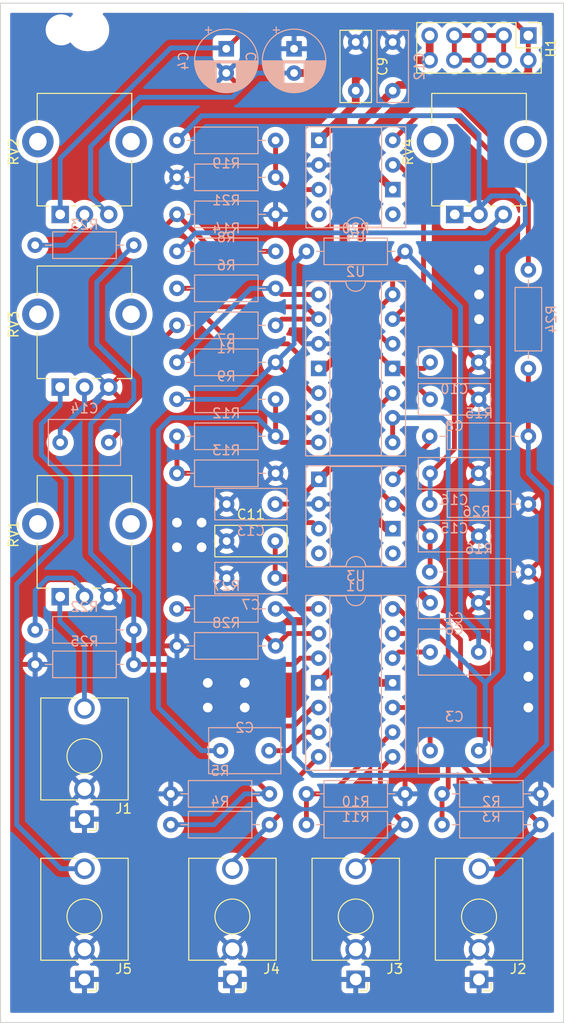
<source format=kicad_pcb>
(kicad_pcb (version 20211014) (generator pcbnew)
  (layers (0 "F.Cu" signal) (31 "B.Cu" signal) (34 "B.Paste" user) (35 "F.Paste" user) (36 "B.SilkS" user "B.Silkscreen") (37 "F.SilkS" user "F.Silkscreen") (38 "B.Mask" user) (39 "F.Mask" user) (44 "Edge.Cuts" user))
  (net 0 "")
  (net 1 "/TP")
  (net 2 "Net-(C1-Pad2)")
  (net 3 "/HP")
  (net 4 "Net-(C14-Pad1)")
  (net 5 "Net-(C3-Pad2)")
  (net 6 "+12V")
  (net 7 "GND")
  (net 8 "-12V")
  (net 9 "/BP")
  (net 10 "Net-(C14-Pad2)")
  (net 11 "Net-(C15-Pad1)")
  (net 12 "Net-(C16-Pad1)")
  (net 13 "/TP_OUT")
  (net 14 "Net-(R2-Pad2)")
  (net 15 "/HP_OUT")
  (net 16 "Net-(R4-Pad2)")
  (net 17 "Net-(R6-Pad1)")
  (net 18 "Net-(R20-Pad2)")
  (net 19 "Net-(R14-Pad2)")
  (net 20 "/BP_OUT")
  (net 21 "Net-(R12-Pad2)")
  (net 22 "/BIAS")
  (net 23 "Net-(R15-Pad2)")
  (net 24 "Net-(R22-Pad1)")
  (net 25 "Net-(R22-Pad2)")
  (net 26 "Net-(R23-Pad2)")
  (net 27 "Net-(R24-Pad2)")
  (net 28 "Net-(R27-Pad2)")
  (net 29 "/FREQ_CV_IN")
  (net 34 "Net-(H1-Pad3)")
  (net 35 "/AUDIO_IN_ATT")
  (net 36 "Net-(R14-Pad1)")
  (net 37 "Net-(C2-Pad1)")
  (net 38 "Net-(R1-Pad2)")
  (net 39 "Net-(R19-Pad2)")
  (net 40 "Net-(R10-Pad2)")
  (footprint "Connector_PinHeader_2.54mm:PinHeader_2x05_P2.54mm_Vertical" (layer "F.Cu") (at 102.865 53.335 -90)
    (fp_text reference "H1")
    (fp_text value "PIN_HEADER_2x5")
  )
  (footprint "Potentiometer_THT:Potentiometer_Alpha_RD901F-40-00D_Single_Vertical_CircularHoles" (layer "F.Cu") (at 95.29 71.765 90)
    (fp_text reference "RV4")
    (fp_text value "100k")
  )
  (footprint "Connector_Audio:Jack_3.5mm_QingPu_WQP-PJ398SM_Vertical_CircularHoles" (layer "F.Cu") (at 97.79 150.56 180)
    (fp_text reference "J2")
    (fp_text value "TP_OUT")
  )
  (footprint "Connector_Audio:Jack_3.5mm_QingPu_WQP-PJ398SM_Vertical_CircularHoles" (layer "F.Cu") (at 72.39 150.56 180)
    (fp_text reference "J4")
    (fp_text value "HP_OUT")
  )
  (footprint "Potentiometer_THT:Potentiometer_Alpha_RD901F-40-00D_Single_Vertical_CircularHoles" (layer "F.Cu") (at 54.65 71.765 90)
    (fp_text reference "RV2")
    (fp_text value "100k")
  )
  (footprint "Connector_Audio:Jack_3.5mm_QingPu_WQP-PJ398SM_Vertical_CircularHoles" (layer "F.Cu") (at 57.15 150.56 180)
    (fp_text reference "J5")
    (fp_text value "AUDIO_IN")
  )
  (footprint "Capacitor_THT:C_Rect_L7.2mm_W3.0mm_P5.00mm_FKS2_FKP2_MKS2_MKP2" (layer "F.Cu") (at 85.09 54.015 -90)
    (fp_text reference "C9")
    (fp_text value "100nF")
  )
  (footprint "Capacitor_THT:C_Rect_L7.2mm_W3.0mm_P5.00mm_FKS2_FKP2_MKS2_MKP2" (layer "F.Cu") (at 71.795 105.41)
    (fp_text reference "C11")
    (fp_text value "100nF")
  )
  (footprint "Potentiometer_THT:Potentiometer_Alpha_RD901F-40-00D_Single_Vertical_CircularHoles" (layer "F.Cu") (at 54.65 111.135 90)
    (fp_text reference "RV1")
    (fp_text value "100k")
  )
  (footprint "MountingHole:MountingHole_3.2mm_M3_DIN965" (layer "F.Cu") (at 54.75 52.75)
    (fp_text reference "H2" hide)
    (fp_text value "MountingHole_Pad")
  )
  (footprint "Potentiometer_THT:Potentiometer_Alpha_RD901F-40-00D_Single_Vertical_CircularHoles" (layer "F.Cu") (at 54.65 89.545 90)
    (fp_text reference "RV3")
    (fp_text value "100k")
  )
  (footprint "Connector_Audio:Jack_3.5mm_QingPu_WQP-PJ398SM_Vertical_CircularHoles" (layer "F.Cu") (at 57.15 134.05 180)
    (fp_text reference "J1")
    (fp_text value "CV_IN")
  )
  (footprint "Connector_Audio:Jack_3.5mm_QingPu_WQP-PJ398SM_Vertical_CircularHoles" (layer "F.Cu") (at 85.09 150.56 180)
    (fp_text reference "J3")
    (fp_text value "BP_OUT")
  )
  (footprint "Capacitor_THT:C_Rect_L7.2mm_W3.0mm_P5.00mm_FKS2_FKP2_MKS2_MKP2" (layer "B.Cu") (at 92.75 104.902)
    (fp_text reference "C15")
    (fp_text value "10nF")
  )
  (footprint "Capacitor_THT:C_Rect_L7.2mm_W3.0mm_P5.00mm_FKS2_FKP2_MKS2_MKP2" (layer "B.Cu") (at 92.75 111.76)
    (fp_text reference "C6")
    (fp_text value "100nF")
  )
  (footprint "Package_DIP:DIP-14_W7.62mm_Socket" (layer "B.Cu") (at 88.89 112.39 180)
    (fp_text reference "U1")
    (fp_text value "TL084")
  )
  (footprint "Resistor_THT:R_Axial_DIN0207_L6.3mm_D2.5mm_P10.16mm_Horizontal" (layer "B.Cu") (at 102.87 87.63 90)
    (fp_text reference "R24")
    (fp_text value "10k")
  )
  (footprint "Resistor_THT:R_Axial_DIN0207_L6.3mm_D2.5mm_P10.16mm_Horizontal" (layer "B.Cu") (at 66.675 64.135)
    (fp_text reference "R19")
    (fp_text value "20k")
  )
  (footprint "Resistor_THT:R_Axial_DIN0207_L6.3mm_D2.5mm_P10.16mm_Horizontal" (layer "B.Cu") (at 62.23 114.554 180)
    (fp_text reference "R22")
    (fp_text value "20k")
  )
  (footprint "Resistor_THT:R_Axial_DIN0207_L6.3mm_D2.5mm_P10.16mm_Horizontal" (layer "B.Cu") (at 76.835 79.375 180)
    (fp_text reference "R6")
    (fp_text value "10k")
  )
  (footprint "Resistor_THT:R_Axial_DIN0207_L6.3mm_D2.5mm_P10.16mm_Horizontal" (layer "B.Cu") (at 76.835 90.805 180)
    (fp_text reference "R9")
    (fp_text value "20k")
  )
  (footprint "Resistor_THT:R_Axial_DIN0207_L6.3mm_D2.5mm_P10.16mm_Horizontal" (layer "B.Cu") (at 80.01 131.445)
    (fp_text reference "R11")
    (fp_text value "10k")
  )
  (footprint "Resistor_THT:R_Axial_DIN0207_L6.3mm_D2.5mm_P10.16mm_Horizontal" (layer "B.Cu") (at 76.835 112.395 180)
    (fp_text reference "R27")
    (fp_text value "20k")
  )
  (footprint "Resistor_THT:R_Axial_DIN0207_L6.3mm_D2.5mm_P10.16mm_Horizontal" (layer "B.Cu") (at 102.87 108.585 180)
    (fp_text reference "R16")
    (fp_text value "20k")
  )
  (footprint "Resistor_THT:R_Axial_DIN0207_L6.3mm_D2.5mm_P10.16mm_Horizontal" (layer "B.Cu") (at 102.87 101.6 180)
    (fp_text reference "R26")
    (fp_text value "20k")
  )
  (footprint "Capacitor_THT:C_Rect_L7.2mm_W4.5mm_P5.00mm_FKS2_FKP2_MKS2_MKP2" (layer "B.Cu") (at 97.75 116.84 180)
    (fp_text reference "C1")
    (fp_text value "1uF")
  )
  (footprint "Capacitor_THT:CP_Radial_D6.3mm_P2.50mm" (layer "B.Cu") (at 71.755 54.697621 -90)
    (fp_text reference "C4")
    (fp_text value "10uF")
  )
  (footprint "Resistor_THT:R_Axial_DIN0207_L6.3mm_D2.5mm_P10.16mm_Horizontal" (layer "B.Cu") (at 76.835 94.615 180)
    (fp_text reference "R12")
    (fp_text value "20k")
  )
  (footprint "Resistor_THT:R_Axial_DIN0207_L6.3mm_D2.5mm_P10.16mm_Horizontal" (layer "B.Cu") (at 66.675 67.945)
    (fp_text reference "R21")
    (fp_text value "200R")
  )
  (footprint "Resistor_THT:R_Axial_DIN0207_L6.3mm_D2.5mm_P10.16mm_Horizontal" (layer "B.Cu") (at 90.17 134.62 180)
    (fp_text reference "R10")
    (fp_text value "15k")
  )
  (footprint "Resistor_THT:R_Axial_DIN0207_L6.3mm_D2.5mm_P10.16mm_Horizontal" (layer "B.Cu") (at 102.87 94.615 180)
    (fp_text reference "R15")
    (fp_text value "10k")
  )
  (footprint "Resistor_THT:R_Axial_DIN0207_L6.3mm_D2.5mm_P10.16mm_Horizontal" (layer "B.Cu") (at 62.23 74.93 180)
    (fp_text reference "R23")
    (fp_text value "20k")
  )
  (footprint "Package_DIP:DIP-14_W7.62mm_Socket" (layer "B.Cu") (at 88.89 80.005 180)
    (fp_text reference "U2")
    (fp_text value "TL084")
  )
  (footprint "Capacitor_THT:C_Rect_L7.2mm_W3.0mm_P5.00mm_FKS2_FKP2_MKS2_MKP2" (layer "B.Cu") (at 71.795 101.6)
    (fp_text reference "C13")
    (fp_text value "100nF")
  )
  (footprint "Resistor_THT:R_Axial_DIN0207_L6.3mm_D2.5mm_P10.16mm_Horizontal" (layer "B.Cu") (at 104.14 134.62 180)
    (fp_text reference "R2")
    (fp_text value "15k")
  )
  (footprint "Resistor_THT:R_Axial_DIN0207_L6.3mm_D2.5mm_P10.16mm_Horizontal" (layer "B.Cu") (at 76.835 116.205 180)
    (fp_text reference "R28")
    (fp_text value "10k")
  )
  (footprint "Package_DIP:DIP-8_W7.62mm_Socket" (layer "B.Cu") (at 81.29 71.745)
    (fp_text reference "U4")
    (fp_text value "CA3080")
  )
  (footprint "Capacitor_THT:C_Rect_L7.2mm_W3.0mm_P5.00mm_FKS2_FKP2_MKS2_MKP2" (layer "B.Cu") (at 88.9 59.015 90)
    (fp_text reference "C12")
    (fp_text value "100nF")
  )
  (footprint "Resistor_THT:R_Axial_DIN0207_L6.3mm_D2.5mm_P10.16mm_Horizontal" (layer "B.Cu") (at 76.835 75.565 180)
    (fp_text reference "R14")
    (fp_text value "20k")
  )
  (footprint "Capacitor_THT:C_Rect_L7.2mm_W4.5mm_P5.00mm_FKS2_FKP2_MKS2_MKP2" (layer "B.Cu") (at 97.75 127 180)
    (fp_text reference "C3")
    (fp_text value "1uF")
  )
  (footprint "Resistor_THT:R_Axial_DIN0207_L6.3mm_D2.5mm_P10.16mm_Horizontal" (layer "B.Cu") (at 90.17 75.565 180)
    (fp_text reference "R20")
    (fp_text value "20k")
  )
  (footprint "Capacitor_THT:C_Rect_L7.2mm_W3.0mm_P5.00mm_FKS2_FKP2_MKS2_MKP2" (layer "B.Cu") (at 92.75 90.805)
    (fp_text reference "C8")
    (fp_text value "100nF")
  )
  (footprint "Capacitor_THT:C_Rect_L7.2mm_W3.0mm_P5.00mm_FKS2_FKP2_MKS2_MKP2" (layer "B.Cu") (at 71.795 109.22)
    (fp_text reference "C7")
    (fp_text value "100nF")
  )
  (footprint "Capacitor_THT:C_Rect_L7.2mm_W4.5mm_P5.00mm_FKS2_FKP2_MKS2_MKP2" (layer "B.Cu") (at 76.16 127 180)
    (fp_text reference "C2")
    (fp_text value "1uF")
  )
  (footprint "Capacitor_THT:C_Rect_L7.2mm_W3.0mm_P5.00mm_FKS2_FKP2_MKS2_MKP2" (layer "B.Cu") (at 92.75 98.425)
    (fp_text reference "C16")
    (fp_text value "10nF")
  )
  (footprint "Capacitor_THT:C_Rect_L7.2mm_W4.5mm_P5.00mm_FKS2_FKP2_MKS2_MKP2" (layer "B.Cu") (at 59.65 95.25 180)
    (fp_text reference "C14")
    (fp_text value "1uF")
  )
  (footprint "Resistor_THT:R_Axial_DIN0207_L6.3mm_D2.5mm_P10.16mm_Horizontal" (layer "B.Cu") (at 76.2 134.62 180)
    (fp_text reference "R4")
    (fp_text value "10k")
  )
  (footprint "Resistor_THT:R_Axial_DIN0207_L6.3mm_D2.5mm_P10.16mm_Horizontal" (layer "B.Cu") (at 76.835 86.995 180)
    (fp_text reference "R7")
    (fp_text value "20k")
  )
  (footprint "Resistor_THT:R_Axial_DIN0207_L6.3mm_D2.5mm_P10.16mm_Horizontal" (layer "B.Cu") (at 93.98 131.445)
    (fp_text reference "R3")
    (fp_text value "10k")
  )
  (footprint "Resistor_THT:R_Axial_DIN0207_L6.3mm_D2.5mm_P10.16mm_Horizontal" (layer "B.Cu") (at 62.23 118.11 180)
    (fp_text reference "R25")
    (fp_text value "20k")
  )
  (footprint "Package_DIP:DIP-8_W7.62mm_Socket" (layer "B.Cu") (at 81.29 106.67)
    (fp_text reference "U3")
    (fp_text value "CA3080")
  )
  (footprint "Resistor_THT:R_Axial_DIN0207_L6.3mm_D2.5mm_P10.16mm_Horizontal" (layer "B.Cu") (at 76.2 131.445 180)
    (fp_text reference "R5")
    (fp_text value "10k")
  )
  (footprint "Resistor_THT:R_Axial_DIN0207_L6.3mm_D2.5mm_P10.16mm_Horizontal" (layer "B.Cu") (at 76.835 98.425 180)
    (fp_text reference "R13")
    (fp_text value "200R")
  )
  (footprint "Resistor_THT:R_Axial_DIN0207_L6.3mm_D2.5mm_P10.16mm_Horizontal" (layer "B.Cu") (at 66.675 71.755)
    (fp_text reference "R8")
    (fp_text value "20k")
  )
  (footprint "Capacitor_THT:C_Rect_L7.2mm_W3.0mm_P5.00mm_FKS2_FKP2_MKS2_MKP2" (layer "B.Cu") (at 92.75 86.995)
    (fp_text reference "C10")
    (fp_text value "100nF")
  )
  (footprint "Resistor_THT:R_Axial_DIN0207_L6.3mm_D2.5mm_P10.16mm_Horizontal" (layer "B.Cu") (at 66.675 83.185)
    (fp_text reference "R1")
    (fp_text value "20k")
  )
  (footprint "Capacitor_THT:CP_Radial_D6.3mm_P2.50mm" (layer "B.Cu") (at 78.74 54.697621 -90)
    (fp_text reference "C5")
    (fp_text value "10uF")
  )
  (gr_line (start 106.5 50) (end 48.5 50) (layer "Edge.Cuts") (width 0.1))
  (gr_line (start 48.5 50) (end 48.5 155) (layer "Edge.Cuts") (width 0.1))
  (gr_line (start 48.5 155) (end 106.5 155) (layer "Edge.Cuts") (width 0.1))
  (gr_line (start 106.5 155) (end 106.5 50) (layer "Edge.Cuts") (width 0.1))
  (segment (start 88.89 80.02) (end 87.211973 81.698027) (width 0.5) (layer "F.Cu") (net 1))
  (segment (start 88.89 80.005) (end 88.89 80.02) (width 0.5) (layer "F.Cu") (net 1))
  (segment (start 87.211973 81.698027) (end 87.211973 83.842797) (width 0.5) (layer "F.Cu") (net 1))
  (segment (start 88.454176 85.085) (end 88.89 85.085) (width 0.5) (layer "F.Cu") (net 1))
  (segment (start 87.211973 83.842797) (end 88.454176 85.085) (width 0.5) (layer "F.Cu") (net 1))
  (segment (start 88.89 76.845) (end 90.17 75.565) (width 0.5) (layer "F.Cu") (net 1))
  (segment (start 88.89 80.005) (end 88.89 76.845) (width 0.5) (layer "F.Cu") (net 1))
  (segment (start 97.75 116.84) (end 97.75 114.895) (width 0.5) (layer "B.Cu") (net 1))
  (segment (start 95.885 113.03) (end 95.885 81.28) (width 0.5) (layer "B.Cu") (net 1))
  (segment (start 97.75 114.895) (end 95.885 113.03) (width 0.5) (layer "B.Cu") (net 1))
  (segment (start 95.885 81.28) (end 90.17 75.565) (width 0.5) (layer "B.Cu") (net 1))
  (segment (start 92.75 116.84) (end 89.52 116.84) (width 0.5) (layer "F.Cu") (net 2))
  (segment (start 89.52 116.84) (end 88.89 117.47) (width 0.5) (layer "F.Cu") (net 2))
  (segment (start 77.465 95.245) (end 76.835 94.615) (width 0.5) (layer "F.Cu") (net 3))
  (segment (start 76.835 94.615) (end 76.835 90.805) (width 0.5) (layer "F.Cu") (net 3))
  (segment (start 81.27 95.245) (end 77.465 95.245) (width 0.5) (layer "F.Cu") (net 3))
  (segment (start 71.16 127) (end 69.215 127) (width 0.5) (layer "B.Cu") (net 3))
  (segment (start 64.77 93.98) (end 66.04 92.71) (width 0.5) (layer "B.Cu") (net 3))
  (segment (start 66.04 92.71) (end 74.93 92.71) (width 0.5) (layer "B.Cu") (net 3))
  (segment (start 64.77 122.555) (end 64.77 93.98) (width 0.5) (layer "B.Cu") (net 3))
  (segment (start 69.215 127) (end 64.77 122.555) (width 0.5) (layer "B.Cu") (net 3))
  (segment (start 74.93 92.71) (end 76.835 94.615) (width 0.5) (layer "B.Cu") (net 3))
  (segment (start 64.77 85.09) (end 64.77 90.13) (width 0.5) (layer "F.Cu") (net 4))
  (segment (start 66.675 83.185) (end 64.77 85.09) (width 0.5) (layer "F.Cu") (net 4))
  (segment (start 64.77 90.13) (end 59.65 95.25) (width 0.5) (layer "F.Cu") (net 4))
  (segment (start 92.75 125.008) (end 92.75 127) (width 0.5) (layer "F.Cu") (net 5))
  (segment (start 88.89 122.55) (end 90.292 122.55) (width 0.5) (layer "F.Cu") (net 5))
  (segment (start 90.292 122.55) (end 92.75 125.008) (width 0.5) (layer "F.Cu") (net 5))
  (segment (start 89.57 87.625) (end 92.75 90.805) (width 0.5) (layer "F.Cu") (net 6))
  (segment (start 102.865 57.155) (end 101.6 58.42) (width 0.8) (layer "F.Cu") (net 6))
  (segment (start 88.885 120.015) (end 88.89 120.01) (width 0.8) (layer "F.Cu") (net 6))
  (segment (start 85.725 74.295) (end 85.725 84.126846) (width 0.8) (layer "F.Cu") (net 6))
  (segment (start 102.865 53.335) (end 100.965 51.435) (width 0.5) (layer "F.Cu") (net 6))
  (segment (start 88.225 59.73) (end 87.63 60.325) (width 0.8) (layer "F.Cu") (net 6))
  (segment (start 87.63 60.325) (end 88.9 59.055) (width 0.8) (layer "F.Cu") (net 6))
  (segment (start 88.91 104.128692) (end 88.888692 104.128692) (width 0.8) (layer "F.Cu") (net 6))
  (segment (start 90.845 109.855) (end 92.75 111.76) (width 0.8) (layer "F.Cu") (net 6))
  (segment (start 85.725 64.463154) (end 85.725 66.04) (width 0.8) (layer "F.Cu") (net 6))
  (segment (start 85.725 101.6) (end 88.255 104.13) (width 0.8) (layer "F.Cu") (net 6))
  (segment (start 88.225 59.69) (end 88.225 59.73) (width 0.8) (layer "F.Cu") (net 6))
  (segment (start 87.63 60.325) (end 85.725 62.23) (width 0.8) (layer "F.Cu") (net 6))
  (segment (start 102.865 53.335) (end 102.865 55.875) (width 0.5) (layer "F.Cu") (net 6))
  (segment (start 85.725 84.455) (end 85.725 101.6) (width 0.8) (layer "F.Cu") (net 6))
  (segment (start 88.265 109.855) (end 90.845 109.855) (width 0.8) (layer "F.Cu") (net 6))
  (segment (start 85.725 66.04) (end 88.89 69.205) (width 0.8) (layer "F.Cu") (net 6))
  (segment (start 85.725 104.14) (end 85.725 107.315) (width 0.8) (layer "F.Cu") (net 6))
  (segment (start 102.865 55.875) (end 102.865 57.155) (width 0.8) (layer "F.Cu") (net 6))
  (segment (start 88.91 104.13) (end 88.91 104.128692) (width 0.5) (layer "F.Cu") (net 6))
  (segment (start 87.63 120.015) (end 88.885 120.015) (width 0.8) (layer "F.Cu") (net 6))
  (segment (start 88.9 59.055) (end 88.9 59.015) (width 0.8) (layer "F.Cu") (net 6))
  (segment (start 88.89 87.625) (end 92.12 87.625) (width 0.5) (layer "F.Cu") (net 6))
  (segment (start 88.89 87.62) (end 85.725 84.455) (width 0.5) (layer "F.Cu") (net 6))
  (segment (start 89.535 58.42) (end 88.265 59.69) (width 0.8) (layer "F.Cu") (net 6))
  (segment (start 88.265 59.69) (end 88.225 59.69) (width 0.8) (layer "F.Cu") (net 6))
  (segment (start 85.725 107.315) (end 88.265 109.855) (width 0.8) (layer "F.Cu") (net 6))
  (segment (start 75.017621 51.435) (end 71.755 54.697621) (width 0.5) (layer "F.Cu") (net 6))
  (segment (start 85.725 109.855) (end 85.725 118.11) (width 0.8) (layer "F.Cu") (net 6))
  (segment (start 85.725 118.11) (end 87.63 120.015) (width 0.8) (layer "F.Cu") (net 6))
  (segment (start 85.725 101.6) (end 85.725 104.14) (width 0.8) (layer "F.Cu") (net 6))
  (segment (start 88.89 87.625) (end 88.89 87.62) (width 0.5) (layer "F.Cu") (net 6))
  (segment (start 92.12 87.625) (end 92.75 86.995) (width 0.5) (layer "F.Cu") (net 6))
  (segment (start 88.89 87.625) (end 89.57 87.625) (width 0.5) (layer "F.Cu") (net 6))
  (segment (start 85.725 66.04) (end 85.725 74.295) (width 0.8) (layer "F.Cu") (net 6))
  (segment (start 85.725 107.315) (end 85.725 109.855) (width 0.8) (layer "F.Cu") (net 6))
  (segment (start 100.965 51.435) (end 75.017621 51.435) (width 0.5) (layer "F.Cu") (net 6))
  (segment (start 85.725 62.23) (end 85.725 74.295) (width 0.8) (layer "F.Cu") (net 6))
  (segment (start 88.255 104.13) (end 88.91 104.13) (width 0.8) (layer "F.Cu") (net 6))
  (segment (start 101.6 58.42) (end 89.535 58.42) (width 0.8) (layer "F.Cu") (net 6))
  (segment (start 88.89 69.205) (end 88.91 69.205) (width 0.8) (layer "F.Cu") (net 6))
  (segment (start 85.725 84.126846) (end 85.725 84.455) (width 0.8) (layer "F.Cu") (net 6))
  (segment (start 54.65 66) (end 66.04 54.61) (width 0.5) (layer "B.Cu") (net 6))
  (segment (start 71.667379 54.61) (end 71.755 54.697621) (width 0.5) (layer "B.Cu") (net 6))
  (segment (start 66.04 54.61) (end 71.667379 54.61) (width 0.5) (layer "B.Cu") (net 6))
  (segment (start 54.65 71.765) (end 54.65 66) (width 0.5) (layer "B.Cu") (net 6))
  (segment (start 97.75 111.76) (end 99.695 111.76) (width 0.5) (layer "F.Cu") (net 7))
  (segment (start 99.695 111.76) (end 102.87 108.585) (width 0.5) (layer "F.Cu") (net 7))
  (via (at 73.66 122.555) (size 2) (drill 1) (layers "F.Cu" "B.Cu") (net 7))
  (via (at 102.87 119.38) (size 2) (drill 1) (layers "F.Cu" "B.Cu") (net 7))
  (via (at 97.79 82.55) (size 2) (drill 1) (layers "F.Cu" "B.Cu") (net 7))
  (via (at 66.675 103.505) (size 2) (drill 1) (layers "F.Cu" "B.Cu") (net 7))
  (via (at 69.85 120.015) (size 2) (drill 1) (layers "F.Cu" "B.Cu") (net 7))
  (via (at 69.85 122.555) (size 2) (drill 1) (layers "F.Cu" "B.Cu") (net 7))
  (via (at 97.79 80.01) (size 2) (drill 1) (layers "F.Cu" "B.Cu") (net 7))
  (via (at 102.87 122.555) (size 2) (drill 1) (layers "F.Cu" "B.Cu") (net 7))
  (via (at 69.215 106.045) (size 2) (drill 1) (layers "F.Cu" "B.Cu") (net 7))
  (via (at 66.675 106.045) (size 2) (drill 1) (layers "F.Cu" "B.Cu") (net 7))
  (via (at 73.66 120.015) (size 2) (drill 1) (layers "F.Cu" "B.Cu") (net 7))
  (via (at 102.87 113.03) (size 2) (drill 1) (layers "F.Cu" "B.Cu") (net 7))
  (via (at 97.79 77.47) (size 2) (drill 1) (layers "F.Cu" "B.Cu") (net 7))
  (via (at 69.215 103.505) (size 2) (drill 1) (layers "F.Cu" "B.Cu") (net 7))
  (via (at 102.87 116.205) (size 2) (drill 1) (layers "F.Cu" "B.Cu") (net 7))
  (segment (start 83.82 117.475) (end 81.285 120.01) (width 0.8) (layer "F.Cu") (net 8))
  (segment (start 83.82 85.725) (end 83.82 96.52) (width 0.8) (layer "F.Cu") (net 8))
  (segment (start 83.82 61.595) (end 83.82 85.725) (width 0.8) (layer "F.Cu") (net 8))
  (segment (start 85.09 57.832621) (end 87.047621 55.875) (width 0.8) (layer "F.Cu") (net 8))
  (segment (start 83.82 107.315) (end 83.82 107.95) (width 0.8) (layer "F.Cu") (net 8))
  (segment (start 83.82 107.95) (end 83.82 117.475) (width 0.8) (layer "F.Cu") (net 8))
  (segment (start 83.82 107.95) (end 82.55 109.22) (width 0.8) (layer "F.Cu") (net 8))
  (segment (start 85.09 59.015) (end 85.09 60.325) (width 0.8) (layer "F.Cu") (net 8))
  (segment (start 87.047621 55.875) (end 81.285 55.875) (width 0.8) (layer "F.Cu") (net 8))
  (segment (start 79.962379 57.197621) (end 78.74 57.197621) (width 0.8) (layer "F.Cu") (net 8))
  (segment (start 83.82 96.52) (end 83.82 107.315) (width 0.8) (layer "F.Cu") (net 8))
  (segment (start 81.92 87.625) (end 81.27 87.625) (width 0.8) (layer "F.Cu") (net 8))
  (segment (start 83.82 96.52) (end 81.29 99.05) (width 0.8) (layer "F.Cu") (net 8))
  (segment (start 82.55 109.22) (end 76.795 109.22) (width 0.8) (layer "F.Cu") (net 8))
  (segment (start 89.54 55.875) (end 92.705 55.875) (width 0.8) (layer "F.Cu") (net 8))
  (segment (start 85.09 60.325) (end 83.82 61.595) (width 0.8) (layer "F.Cu") (net 8))
  (segment (start 76.795 101.6) (end 78.74 101.6) (width 0.5) (layer "F.Cu") (net 8))
  (segment (start 83.82 61.595) (end 81.29 64.125) (width 0.8) (layer "F.Cu") (net 8))
  (segment (start 92.705 55.875) (end 92.705 53.335) (width 0.8) (layer "F.Cu") (net 8))
  (segment (start 76.795 105.41) (end 76.795 109.22) (width 0.5) (layer "F.Cu") (net 8))
  (segment (start 89.54 55.875) (end 87.047621 55.875) (width 0.8) (layer "F.Cu") (net 8))
  (segment (start 78.74 101.6) (end 81.29 99.05) (width 0.5) (layer "F.Cu") (net 8))
  (segment (start 83.82 85.725) (end 81.92 87.625) (width 0.8) (layer "F.Cu") (net 8))
  (segment (start 81.285 120.01) (end 81.27 120.01) (width 0.8) (layer "F.Cu") (net 8))
  (segment (start 81.285 55.875) (end 79.962379 57.197621) (width 0.8) (layer "F.Cu") (net 8))
  (segment (start 85.09 59.015) (end 85.09 57.832621) (width 0.8) (layer "F.Cu") (net 8))
  (segment (start 78.74 57.197621) (end 74.882379 57.197621) (width 0.5) (layer "B.Cu") (net 8))
  (segment (start 57.785 69.9) (end 59.65 71.765) (width 0.5) (layer "B.Cu") (net 8))
  (segment (start 57.785 64.77) (end 57.785 69.9) (width 0.5) (layer "B.Cu") (net 8))
  (segment (start 62.865 59.69) (end 57.785 64.77) (width 0.5) (layer "B.Cu") (net 8))
  (segment (start 72.39 59.69) (end 62.865 59.69) (width 0.5) (layer "B.Cu") (net 8))
  (segment (start 74.882379 57.197621) (end 72.39 59.69) (width 0.5) (layer "B.Cu") (net 8))
  (segment (start 88.89 95.245) (end 88.89 92.705) (width 0.5) (layer "F.Cu") (net 9))
  (segment (start 97.79 71.765) (end 97.79 71.12) (width 0.5) (layer "B.Cu") (net 9))
  (segment (start 101.6 69.85) (end 102.5525 70.8025) (width 0.5) (layer "B.Cu") (net 9))
  (segment (start 94.615 116.205) (end 98.425 120.015) (width 0.5) (layer "B.Cu") (net 9))
  (segment (start 99.06 69.85) (end 101.6 69.85) (width 0.5) (layer "B.Cu") (net 9))
  (segment (start 93.975 92.705) (end 94.615 93.345) (width 0.5) (layer "B.Cu") (net 9))
  (segment (start 69.215 61.595) (end 95.885 61.595) (width 0.5) (layer "B.Cu") (net 9))
  (segment (start 102.5525 72.7075) (end 99.695 75.565) (width 0.5) (layer "B.Cu") (net 9))
  (segment (start 102.5525 70.8025) (end 102.5525 72.7075) (width 0.5) (layer "B.Cu") (net 9))
  (segment (start 97.79 63.5) (end 97.79 71.765) (width 0.5) (layer "B.Cu") (net 9))
  (segment (start 66.675 64.135) (end 69.215 61.595) (width 0.5) (layer "B.Cu") (net 9))
  (segment (start 94.615 93.345) (end 94.615 116.205) (width 0.5) (layer "B.Cu") (net 9))
  (segment (start 99.695 75.565) (end 99.695 118.745) (width 0.5) (layer "B.Cu") (net 9))
  (segment (start 98.425 126.325) (end 97.75 127) (width 0.5) (layer "B.Cu") (net 9))
  (segment (start 88.89 92.705) (end 93.975 92.705) (width 0.5) (layer "B.Cu") (net 9))
  (segment (start 95.29 71.765) (end 97.79 71.765) (width 0.5) (layer "B.Cu") (net 9))
  (segment (start 95.885 61.595) (end 97.79 63.5) (width 0.5) (layer "B.Cu") (net 9))
  (segment (start 98.425 120.015) (end 98.425 126.325) (width 0.5) (layer "B.Cu") (net 9))
  (segment (start 99.695 118.745) (end 98.425 120.015) (width 0.5) (layer "B.Cu") (net 9))
  (segment (start 97.79 71.12) (end 99.06 69.85) (width 0.5) (layer "B.Cu") (net 9))
  (segment (start 54.65 93.94) (end 57.15 91.44) (width 0.5) (layer "B.Cu") (net 10))
  (segment (start 54.65 94.615) (end 54.65 93.94) (width 0.5) (layer "B.Cu") (net 10))
  (segment (start 57.15 91.44) (end 57.15 89.545) (width 0.5) (layer "B.Cu") (net 10))
  (segment (start 87.161394 99.841394) (end 87.161394 98.893606) (width 0.5) (layer "F.Cu") (net 11))
  (segment (start 88.89 90.165) (end 87.161394 91.893606) (width 0.5) (layer "F.Cu") (net 11))
  (segment (start 92.75 104.775) (end 92.75 108.545) (width 0.5) (layer "F.Cu") (net 11))
  (segment (start 92.75 108.545) (end 92.71 108.585) (width 0.5) (layer "F.Cu") (net 11))
  (segment (start 87.161394 91.893606) (end 87.161394 98.893606) (width 0.5) (layer "F.Cu") (net 11))
  (segment (start 92.71 104.775) (end 89.525 101.59) (width 0.5) (layer "F.Cu") (net 11))
  (segment (start 92.75 104.775) (end 92.71 104.775) (width 0.5) (layer "F.Cu") (net 11))
  (segment (start 88.91 101.59) (end 87.161394 99.841394) (width 0.5) (layer "F.Cu") (net 11))
  (segment (start 89.525 101.59) (end 88.91 101.59) (width 0.5) (layer "F.Cu") (net 11))
  (segment (start 88.89 82.545) (end 88.905 82.545) (width 0.5) (layer "F.Cu") (net 12))
  (segment (start 95.25 86.36) (end 95.25 95.925) (width 0.5) (layer "F.Cu") (net 12))
  (segment (start 88.905 82.545) (end 92.075 79.375) (width 0.5) (layer "F.Cu") (net 12))
  (segment (start 91.435 82.545) (end 95.25 86.36) (width 0.5) (layer "F.Cu") (net 12))
  (segment (start 88.89 82.545) (end 91.435 82.545) (width 0.5) (layer "F.Cu") (net 12))
  (segment (start 95.25 95.925) (end 92.75 98.425) (width 0.5) (layer "F.Cu") (net 12))
  (segment (start 92.075 69.215) (end 89.525 66.665) (width 0.5) (layer "F.Cu") (net 12))
  (segment (start 92.075 79.375) (end 92.075 69.215) (width 0.5) (layer "F.Cu") (net 12))
  (segment (start 89.525 66.665) (end 88.91 66.665) (width 0.5) (layer "F.Cu") (net 12))
  (segment (start 92.75 101.56) (end 92.71 101.6) (width 0.5) (layer "B.Cu") (net 12))
  (segment (start 92.75 98.425) (end 92.75 101.56) (width 0.5) (layer "B.Cu") (net 12))
  (segment (start 90.805 113.665) (end 89.53 112.39) (width 0.5) (layer "F.Cu") (net 13))
  (segment (start 102.87 133.35) (end 100.965 133.35) (width 0.5) (layer "F.Cu") (net 13))
  (segment (start 89.53 112.39) (end 88.89 112.39) (width 0.5) (layer "F.Cu") (net 13))
  (segment (start 95.885 115.57) (end 93.98 113.665) (width 0.5) (layer "F.Cu") (net 13))
  (segment (start 95.885 128.27) (end 95.885 115.57) (width 0.5) (layer "F.Cu") (net 13))
  (segment (start 93.98 113.665) (end 90.805 113.665) (width 0.5) (layer "F.Cu") (net 13))
  (segment (start 104.14 134.62) (end 102.87 133.35) (width 0.5) (layer "F.Cu") (net 13))
  (segment (start 100.965 133.35) (end 95.885 128.27) (width 0.5) (layer "F.Cu") (net 13))
  (segment (start 99.6 139.16) (end 97.79 139.16) (width 0.5) (layer "B.Cu") (net 13))
  (segment (start 104.14 134.62) (end 99.6 139.16) (width 0.5) (layer "B.Cu") (net 13))
  (segment (start 94.615 116.205) (end 94.615 130.81) (width 0.5) (layer "F.Cu") (net 14))
  (segment (start 93.98 134.62) (end 93.98 131.445) (width 0.5) (layer "F.Cu") (net 14))
  (segment (start 94.615 130.81) (end 93.98 131.445) (width 0.5) (layer "F.Cu") (net 14))
  (segment (start 88.89 114.93) (end 93.34 114.93) (width 0.5) (layer "F.Cu") (net 14))
  (segment (start 93.34 114.93) (end 94.615 116.205) (width 0.5) (layer "F.Cu") (net 14))
  (segment (start 78.105 130.795) (end 81.27 127.63) (width 0.5) (layer "F.Cu") (net 15))
  (segment (start 76.2 134.62) (end 78.105 132.715) (width 0.5) (layer "F.Cu") (net 15))
  (segment (start 78.105 132.715) (end 78.105 130.795) (width 0.5) (layer "F.Cu") (net 15))
  (segment (start 72.39 138.43) (end 72.39 139.16) (width 0.5) (layer "B.Cu") (net 15))
  (segment (start 76.2 134.62) (end 72.39 138.43) (width 0.5) (layer "B.Cu") (net 15))
  (segment (start 76.2 124.46) (end 73.66 127) (width 0.5) (layer "F.Cu") (net 16))
  (segment (start 73.66 128.905) (end 76.2 131.445) (width 0.5) (layer "F.Cu") (net 16))
  (segment (start 78.74 124.46) (end 76.2 124.46) (width 0.5) (layer "F.Cu") (net 16))
  (segment (start 73.66 127) (end 73.66 128.905) (width 0.5) (layer "F.Cu") (net 16))
  (segment (start 80.65 122.55) (end 78.74 124.46) (width 0.5) (layer "F.Cu") (net 16))
  (segment (start 81.27 122.55) (end 80.65 122.55) (width 0.5) (layer "F.Cu") (net 16))
  (segment (start 70.485 134.62) (end 73.66 131.445) (width 0.5) (layer "B.Cu") (net 16))
  (segment (start 73.66 131.445) (end 76.2 131.445) (width 0.5) (layer "B.Cu") (net 16))
  (segment (start 66.04 134.62) (end 70.485 134.62) (width 0.5) (layer "B.Cu") (net 16))
  (segment (start 77.465 80.005) (end 81.27 80.005) (width 0.5) (layer "F.Cu") (net 17))
  (segment (start 76.835 79.375) (end 77.465 80.005) (width 0.5) (layer "F.Cu") (net 17))
  (segment (start 66.675 86.995) (end 74.295 79.375) (width 0.5) (layer "B.Cu") (net 17))
  (segment (start 74.295 79.375) (end 76.835 79.375) (width 0.5) (layer "B.Cu") (net 17))
  (segment (start 78.105 89.535) (end 78.74 90.17) (width 0.5) (layer "F.Cu") (net 18))
  (segment (start 78.105 88.265) (end 78.105 89.535) (width 0.5) (layer "F.Cu") (net 18))
  (segment (start 78.74 91.44) (end 80.005 92.705) (width 0.5) (layer "F.Cu") (net 18))
  (segment (start 76.835 86.995) (end 78.105 88.265) (width 0.5) (layer "F.Cu") (net 18))
  (segment (start 78.74 90.17) (end 78.74 91.44) (width 0.5) (layer "F.Cu") (net 18))
  (segment (start 80.005 92.705) (end 81.27 92.705) (width 0.5) (layer "F.Cu") (net 18))
  (segment (start 73.025 90.805) (end 76.835 86.995) (width 0.5) (layer "B.Cu") (net 18))
  (segment (start 78.74 85.09) (end 78.74 76.835) (width 0.5) (layer "B.Cu") (net 18))
  (segment (start 66.675 90.805) (end 73.025 90.805) (width 0.5) (layer "B.Cu") (net 18))
  (segment (start 76.835 86.995) (end 78.74 85.09) (width 0.5) (layer "B.Cu") (net 18))
  (segment (start 78.74 76.835) (end 80.01 75.565) (width 0.5) (layer "B.Cu") (net 18))
  (segment (start 100.29 71.765) (end 100.29 71.795) (width 0.5) (layer "B.Cu") (net 19))
  (segment (start 68.58 73.66) (end 66.675 75.565) (width 0.5) (layer "B.Cu") (net 19))
  (segment (start 100.29 71.795) (end 98.425 73.66) (width 0.5) (layer "B.Cu") (net 19))
  (segment (start 98.425 73.66) (end 68.58 73.66) (width 0.5) (layer "B.Cu") (net 19))
  (segment (start 87.63 128.89) (end 88.89 127.63) (width 0.5) (layer "F.Cu") (net 20))
  (segment (start 90.17 134.62) (end 87.63 132.08) (width 0.5) (layer "F.Cu") (net 20))
  (segment (start 87.63 132.08) (end 87.63 128.89) (width 0.5) (layer "F.Cu") (net 20))
  (segment (start 90.17 134.62) (end 89.535 134.62) (width 0.5) (layer "B.Cu") (net 20))
  (segment (start 89.63 134.62) (end 90.17 134.62) (width 0.5) (layer "B.Cu") (net 20))
  (segment (start 85.09 139.16) (end 89.63 134.62) (width 0.5) (layer "B.Cu") (net 20))
  (segment (start 80.665 103.505) (end 81.29 104.13) (width 0.5) (layer "F.Cu") (net 21))
  (segment (start 75.565 103.505) (end 80.665 103.505) (width 0.5) (layer "F.Cu") (net 21))
  (segment (start 66.675 98.425) (end 72.39 98.425) (width 0.5) (layer "F.Cu") (net 21))
  (segment (start 74.295 100.33) (end 74.295 102.235) (width 0.5) (layer "F.Cu") (net 21))
  (segment (start 72.39 98.425) (end 74.295 100.33) (width 0.5) (layer "F.Cu") (net 21))
  (segment (start 74.295 102.235) (end 75.565 103.505) (width 0.5) (layer "F.Cu") (net 21))
  (segment (start 66.675 94.615) (end 66.675 98.425) (width 0.5) (layer "F.Cu") (net 21))
  (segment (start 76.835 112.395) (end 81.265 112.395) (width 0.5) (layer "F.Cu") (net 22))
  (segment (start 81.265 112.395) (end 81.27 112.39) (width 0.5) (layer "F.Cu") (net 22))
  (segment (start 102.87 87.63) (end 102.87 94.615) (width 0.5) (layer "F.Cu") (net 22))
  (segment (start 80.645 129.54) (end 78.74 127.635) (width 0.5) (layer "B.Cu") (net 22))
  (segment (start 77.47 112.395) (end 76.835 112.395) (width 0.5) (layer "B.Cu") (net 22))
  (segment (start 104.775 100.33) (end 104.775 126.365) (width 0.5) (layer "B.Cu") (net 22))
  (segment (start 104.775 126.365) (end 101.6 129.54) (width 0.5) (layer "B.Cu") (net 22))
  (segment (start 102.87 94.615) (end 102.87 98.425) (width 0.5) (layer "B.Cu") (net 22))
  (segment (start 78.74 127.635) (end 78.74 113.665) (width 0.5) (layer "B.Cu") (net 22))
  (segment (start 101.6 129.54) (end 80.645 129.54) (width 0.5) (layer "B.Cu") (net 22))
  (segment (start 78.74 113.665) (end 77.47 112.395) (width 0.5) (layer "B.Cu") (net 22))
  (segment (start 102.87 98.425) (end 104.775 100.33) (width 0.5) (layer "B.Cu") (net 22))
  (segment (start 88.91 99.05) (end 92.71 95.25) (width 0.5) (layer "F.Cu") (net 23))
  (segment (start 92.71 95.25) (end 92.71 94.615) (width 0.5) (layer "F.Cu") (net 23))
  (segment (start 62.23 118.11) (end 78.74 118.11) (width 0.5) (layer "F.Cu") (net 24))
  (segment (start 78.74 118.11) (end 79.0575 117.7925) (width 0.5) (layer "F.Cu") (net 24))
  (segment (start 79.38 117.47) (end 79.0575 117.7925) (width 0.5) (layer "F.Cu") (net 24))
  (segment (start 81.27 117.47) (end 79.38 117.47) (width 0.5) (layer "F.Cu") (net 24))
  (segment (start 58.42 85.09) (end 62.23 88.9) (width 0.5) (layer "B.Cu") (net 24))
  (segment (start 62.23 74.93) (end 58.42 78.74) (width 0.5) (layer "B.Cu") (net 24))
  (segment (start 61.595 91.44) (end 59.69 91.44) (width 0.5) (layer "B.Cu") (net 24))
  (segment (start 57.785 106.68) (end 62.23 111.125) (width 0.5) (layer "B.Cu") (net 24))
  (segment (start 62.23 111.125) (end 62.23 114.554) (width 0.5) (layer "B.Cu") (net 24))
  (segment (start 62.23 114.554) (end 62.23 118.11) (width 0.5) (layer "B.Cu") (net 24))
  (segment (start 59.69 91.44) (end 57.785 93.345) (width 0.5) (layer "B.Cu") (net 24))
  (segment (start 58.42 78.74) (end 58.42 85.09) (width 0.5) (layer "B.Cu") (net 24))
  (segment (start 62.23 90.805) (end 61.595 91.44) (width 0.5) (layer "B.Cu") (net 24))
  (segment (start 62.23 88.9) (end 62.23 90.805) (width 0.5) (layer "B.Cu") (net 24))
  (segment (start 57.785 93.345) (end 57.785 106.68) (width 0.5) (layer "B.Cu") (net 24))
  (segment (start 55.88 109.22) (end 57.15 110.49) (width 0.5) (layer "B.Cu") (net 25))
  (segment (start 52.07 114.554) (end 52.07 110.49) (width 0.5) (layer "B.Cu") (net 25))
  (segment (start 57.15 110.49) (end 57.15 111.135) (width 0.5) (layer "B.Cu") (net 25))
  (segment (start 53.34 109.22) (end 55.88 109.22) (width 0.5) (layer "B.Cu") (net 25))
  (segment (start 52.07 110.49) (end 53.34 109.22) (width 0.5) (layer "B.Cu") (net 25))
  (segment (start 52.07 74.93) (end 55.245 74.93) (width 0.5) (layer "B.Cu") (net 26))
  (segment (start 57.15 73.025) (end 57.15 71.765) (width 0.5) (layer "B.Cu") (net 26))
  (segment (start 55.245 74.93) (end 57.15 73.025) (width 0.5) (layer "B.Cu") (net 26))
  (segment (start 88.91 64.125) (end 91.44 61.595) (width 0.5) (layer "F.Cu") (net 27))
  (segment (start 95.25 61.595) (end 97.155 63.5) (width 0.5) (layer "F.Cu") (net 27))
  (segment (start 91.44 61.595) (end 95.25 61.595) (width 0.5) (layer "F.Cu") (net 27))
  (segment (start 102.87 77.47) (end 102.87 69.215) (width 0.5) (layer "F.Cu") (net 27))
  (segment (start 102.87 69.215) (end 97.155 63.5) (width 0.5) (layer "F.Cu") (net 27))
  (segment (start 73.025 112.395) (end 66.675 112.395) (width 0.5) (layer "F.Cu") (net 28))
  (segment (start 81.27 114.93) (end 78.11 114.93) (width 0.5) (layer "F.Cu") (net 28))
  (segment (start 76.835 116.205) (end 73.025 112.395) (width 0.5) (layer "F.Cu") (net 28))
  (segment (start 78.11 114.93) (end 76.835 116.205) (width 0.5) (layer "F.Cu") (net 28))
  (segment (start 54.61 111.175) (end 54.65 111.135) (width 0.5) (layer "B.Cu") (net 29))
  (segment (start 54.61 113.665) (end 54.61 111.175) (width 0.5) (layer "B.Cu") (net 29))
  (segment (start 57.15 122.65) (end 57.15 116.205) (width 0.5) (layer "B.Cu") (net 29))
  (segment (start 57.15 116.205) (end 54.61 113.665) (width 0.5) (layer "B.Cu") (net 29))
  (segment (start 100.325 53.335) (end 97.785 53.335) (width 0.5) (layer "F.Cu") (net 34))
  (segment (start 97.785 53.335) (end 95.245 53.335) (width 0.5) (layer "F.Cu") (net 34))
  (segment (start 97.785 55.875) (end 97.785 53.335) (width 0.5) (layer "F.Cu") (net 34))
  (segment (start 100.325 55.875) (end 97.785 55.875) (width 0.5) (layer "F.Cu") (net 34))
  (segment (start 95.245 55.875) (end 97.785 55.875) (width 0.5) (layer "F.Cu") (net 34))
  (segment (start 100.325 55.875) (end 100.325 53.335) (width 0.5) (layer "F.Cu") (net 34))
  (segment (start 95.245 53.335) (end 95.245 55.875) (width 0.5) (layer "F.Cu") (net 34))
  (segment (start 54.705 139.16) (end 57.15 139.16) (width 0.5) (layer "B.Cu") (net 35))
  (segment (start 52.705 93.345) (end 52.705 96.52) (width 0.5) (layer "B.Cu") (net 35))
  (segment (start 54.65 91.4) (end 52.705 93.345) (width 0.5) (layer "B.Cu") (net 35))
  (segment (start 50.165 134.62) (end 54.705 139.16) (width 0.5) (layer "B.Cu") (net 35))
  (segment (start 50.165 109.855) (end 50.165 134.62) (width 0.5) (layer "B.Cu") (net 35))
  (segment (start 54.65 89.545) (end 54.65 91.4) (width 0.5) (layer "B.Cu") (net 35))
  (segment (start 55.245 104.775) (end 50.165 109.855) (width 0.5) (layer "B.Cu") (net 35))
  (segment (start 52.705 96.52) (end 55.245 99.06) (width 0.5) (layer "B.Cu") (net 35))
  (segment (start 55.245 99.06) (end 55.245 104.775) (width 0.5) (layer "B.Cu") (net 35))
  (segment (start 79.375 88.9) (end 80.64 90.165) (width 0.5) (layer "F.Cu") (net 36))
  (segment (start 78.105 85.09) (end 79.375 86.36) (width 0.5) (layer "F.Cu") (net 36))
  (segment (start 72.39 85.09) (end 78.105 85.09) (width 0.5) (layer "F.Cu") (net 36))
  (segment (start 76.835 75.565) (end 70.485 75.565) (width 0.5) (layer "F.Cu") (net 36))
  (segment (start 64.77 73.66) (end 64.77 80.01) (width 0.5) (layer "F.Cu") (net 36))
  (segment (start 66.675 71.755) (end 64.77 73.66) (width 0.5) (layer "F.Cu") (net 36))
  (segment (start 66.04 81.28) (end 68.58 81.28) (width 0.5) (layer "F.Cu") (net 36))
  (segment (start 70.485 75.565) (end 66.675 71.755) (width 0.5) (layer "F.Cu") (net 36))
  (segment (start 80.64 90.165) (end 81.27 90.165) (width 0.5) (layer "F.Cu") (net 36))
  (segment (start 79.375 86.36) (end 79.375 88.9) (width 0.5) (layer "F.Cu") (net 36))
  (segment (start 64.77 80.01) (end 66.04 81.28) (width 0.5) (layer "F.Cu") (net 36))
  (segment (start 68.58 81.28) (end 72.39 85.09) (width 0.5) (layer "F.Cu") (net 36))
  (segment (start 76.16 127) (end 78.105 127) (width 0.5) (layer "F.Cu") (net 37))
  (segment (start 80.015 125.09) (end 81.27 125.09) (width 0.5) (layer "F.Cu") (net 37))
  (segment (start 78.105 127) (end 80.015 125.09) (width 0.5) (layer "F.Cu") (net 37))
  (segment (start 69.215 79.375) (end 71.12 81.28) (width 0.5) (layer "F.Cu") (net 38))
  (segment (start 80.005 81.28) (end 81.27 82.545) (width 0.5) (layer "F.Cu") (net 38))
  (segment (start 77.475 82.545) (end 81.27 82.545) (width 0.5) (layer "F.Cu") (net 38))
  (segment (start 66.675 79.375) (end 69.215 79.375) (width 0.5) (layer "F.Cu") (net 38))
  (segment (start 76.835 83.185) (end 77.475 82.545) (width 0.5) (layer "F.Cu") (net 38))
  (segment (start 71.12 81.28) (end 80.005 81.28) (width 0.5) (layer "F.Cu") (net 38))
  (segment (start 81.29 69.205) (end 78.095 69.205) (width 0.5) (layer "F.Cu") (net 39))
  (segment (start 78.095 69.205) (end 76.835 67.945) (width 0.5) (layer "F.Cu") (net 39))
  (segment (start 76.835 67.945) (end 76.835 64.135) (width 0.5) (layer "F.Cu") (net 39))
  (segment (start 82.535 131.445) (end 80.01 131.445) (width 0.5) (layer "F.Cu") (net 40))
  (segment (start 88.89 125.09) (end 82.535 131.445) (width 0.5) (layer "F.Cu") (net 40))
  (segment (start 80.01 134.62) (end 80.01 131.445) (width 0.5) (layer "F.Cu") (net 40))
  (zone (net 7) (net_name "GND") (layers F&B.Cu) (connect_pads (clearance 0.508)) (min_thickness 0.254) (fill yes (thermal_gap 0.508) (thermal_bridge_width 0.508))
    (polygon (pts (xy 106.524 155.08) (xy 48.476 155.08) (xy 48.476 50) (xy 106.524 50)))
  )
)
</source>
